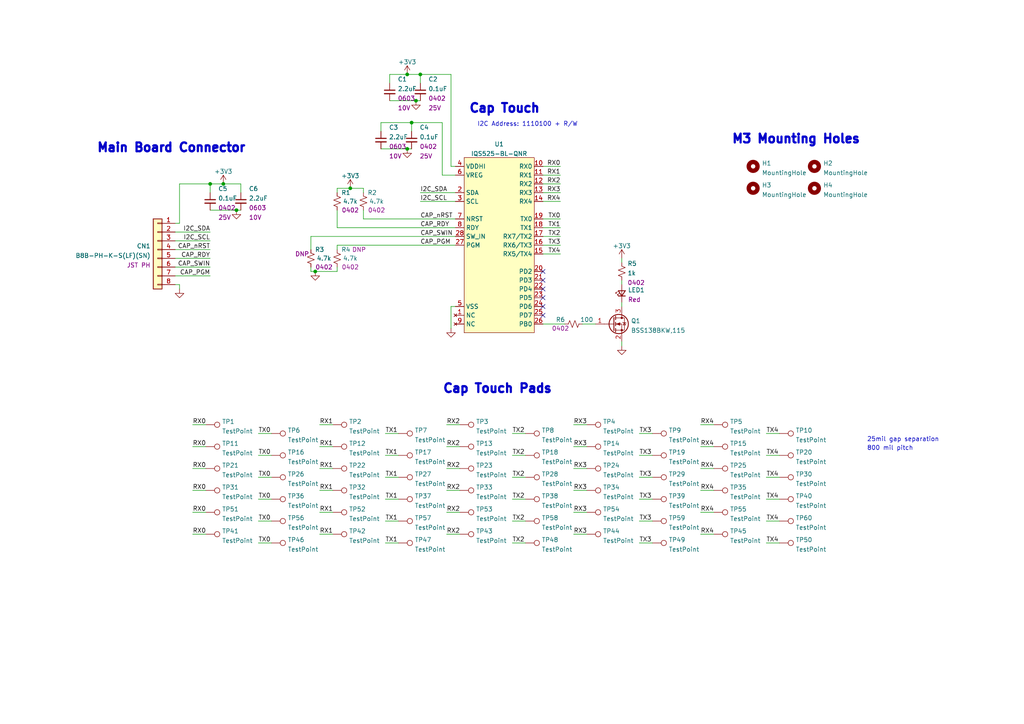
<source format=kicad_sch>
(kicad_sch (version 20211123) (generator eeschema)
  (paper "A4")
  (lib_symbols
    (symbol "Connector:TestPoint" (pin_numbers hide) (pin_names (offset 0.762) hide)
      (property "Reference" "TP" (at 0 6.858 0))
      (property "Value" "TestPoint" (at 0 5.08 0))
      (symbol "TestPoint_0_1"
        (circle (center 0 3.302) (radius 0.762))
      )
      (symbol "TestPoint_1_1"
        (pin passive line (at 0 0 90) (length 2.54) (name "1") (number "1"))
      )
    )
    (symbol "Mechanical:MountingHole" (pin_names (offset 1.016))
      (property "Reference" "H" (at 0 5.08 0))
      (property "Value" "MountingHole" (at 0 3.175 0))
      (symbol "MountingHole_0_1"
        (circle (center 0 0) (radius 1.27) (stroke (width 1.27)))
      )
    )
    (symbol "personal:GND" (power) (pin_names (offset 0))
      (symbol "GND_0_1"
        (polyline (pts (xy 0 0) (xy 0 -1.27) (xy 1.27 -1.27) (xy 0 -2.54) (xy -1.27 -1.27) (xy 0 -1.27)))
      )
      (symbol "GND_1_1"
        (pin power_in line (at 0 0 270) (length 0) hide (name "GND") (number "1"))
      )
    )
    (symbol "personal:IQS525-BL-QNR"
      (property "Reference" "U" (at -1.27 29.21 0))
      (property "Value" "IQS525-BL-QNR" (at -1.27 26.67 0))
      (symbol "IQS525-BL-QNR_0_0"
        (pin no_connect line (at -13.97 -20.32 0) (length 2.54) (name "NC") (number "1"))
        (pin unspecified line (at 11.43 22.86 180) (length 2.54) (name "RX0") (number "10"))
        (pin unspecified line (at 11.43 20.32 180) (length 2.54) (name "RX1") (number "11"))
        (pin unspecified line (at 11.43 17.78 180) (length 2.54) (name "RX2") (number "12"))
        (pin unspecified line (at 11.43 15.24 180) (length 2.54) (name "RX3") (number "13"))
        (pin unspecified line (at 11.43 12.7 180) (length 2.54) (name "RX4") (number "14"))
        (pin unspecified line (at 11.43 -2.54 180) (length 2.54) (name "RX5/TX4") (number "15"))
        (pin unspecified line (at 11.43 0 180) (length 2.54) (name "RX6/TX3") (number "16"))
        (pin unspecified line (at 11.43 2.54 180) (length 2.54) (name "RX7/TX2") (number "17"))
        (pin unspecified line (at 11.43 5.08 180) (length 2.54) (name "TX1") (number "18"))
        (pin unspecified line (at 11.43 7.62 180) (length 2.54) (name "TX0") (number "19"))
        (pin unspecified line (at -13.97 15.24 0) (length 2.54) (name "SDA") (number "2"))
        (pin unspecified line (at 11.43 -7.62 180) (length 2.54) (name "PD2") (number "20"))
        (pin unspecified line (at 11.43 -10.16 180) (length 2.54) (name "PD3") (number "21"))
        (pin unspecified line (at 11.43 -12.7 180) (length 2.54) (name "PD4") (number "22"))
        (pin unspecified line (at 11.43 -15.24 180) (length 2.54) (name "PD5") (number "23"))
        (pin unspecified line (at 11.43 -17.78 180) (length 2.54) (name "PD6") (number "24"))
        (pin unspecified line (at 11.43 -20.32 180) (length 2.54) (name "PD7") (number "25"))
        (pin unspecified line (at 11.43 -22.86 180) (length 2.54) (name "PB0") (number "26"))
        (pin unspecified line (at -13.97 0 0) (length 2.54) (name "PGM") (number "27"))
        (pin unspecified line (at -13.97 2.54 0) (length 2.54) (name "SW_IN") (number "28"))
        (pin unspecified line (at -13.97 12.7 0) (length 2.54) (name "SCL") (number "3"))
        (pin unspecified line (at -13.97 22.86 0) (length 2.54) (name "VDDHI") (number "4"))
        (pin unspecified line (at -13.97 -17.78 0) (length 2.54) (name "VSS") (number "5"))
        (pin unspecified line (at -13.97 20.32 0) (length 2.54) (name "VREG") (number "6"))
        (pin unspecified line (at -13.97 7.62 0) (length 2.54) (name "NRST") (number "7"))
        (pin unspecified line (at -13.97 5.08 0) (length 2.54) (name "RDY") (number "8"))
        (pin no_connect line (at -13.97 -22.86 0) (length 2.54) (name "NC") (number "9"))
      )
      (symbol "IQS525-BL-QNR_0_1"
        (rectangle (start -11.43 25.4) (end 8.89 -25.4) (stroke (width 0.1524)) (fill (type background)))
      )
    )
    (symbol "personal_capacitors:0.1uF" (pin_numbers hide) (pin_names (offset 0.254) hide)
      (property "Reference" "C" (at 1.27 2.54 0))
      (property "Value" "0.1uF" (at 2.54 0 0))
      (property "Size" "0402" (at 1.27 -2.54 0))
      (property "Voltage" "25V" (at 1.27 -5.08 0))
      (symbol "0.1uF_0_1"
        (polyline (pts (xy -1.524 -0.508) (xy 1.524 -0.508)) (stroke (width 0.3302)))
        (polyline (pts (xy -1.524 0.508) (xy 1.524 0.508)) (stroke (width 0.3048)))
      )
      (symbol "0.1uF_1_1"
        (pin passive line (at 0 2.54 270) (length 2.032) (name "~") (number "1"))
        (pin passive line (at 0 -2.54 90) (length 2.032) (name "~") (number "2"))
      )
    )
    (symbol "personal_capacitors:2.2uF" (pin_numbers hide) (pin_names (offset 0.254) hide)
      (property "Reference" "C" (at 1.27 2.54 0))
      (property "Value" "2.2uF" (at 2.54 0 0))
      (property "Size" "0603" (at 1.27 -2.54 0))
      (property "Voltage" "10V" (at 1.27 -5.08 0))
      (symbol "2.2uF_0_1"
        (polyline (pts (xy -1.524 -0.508) (xy 1.524 -0.508)) (stroke (width 0.3302)))
        (polyline (pts (xy -1.524 0.508) (xy 1.524 0.508)) (stroke (width 0.3048)))
      )
      (symbol "2.2uF_1_1"
        (pin passive line (at 0 2.54 270) (length 2.032) (name "~") (number "1"))
        (pin passive line (at 0 -2.54 90) (length 2.032) (name "~") (number "2"))
      )
    )
    (symbol "personal_connectors:B8B-PH-K-S(LF)(SN)" (pin_names (offset 1.016) hide)
      (property "Reference" "CN" (at 0 10.16 0))
      (property "Value" "B8B-PH-K-S(LF)(SN)" (at 0 -12.7 0))
      (property "Type" "JST PH" (at 0 0 0))
      (symbol "B8B-PH-K-S(LF)(SN)_1_1"
        (rectangle (start -1.27 -10.033) (end 0 -10.287) (stroke (width 0.1524)))
        (rectangle (start -1.27 -7.493) (end 0 -7.747) (stroke (width 0.1524)))
        (rectangle (start -1.27 -4.953) (end 0 -5.207) (stroke (width 0.1524)))
        (rectangle (start -1.27 -2.413) (end 0 -2.667) (stroke (width 0.1524)))
        (rectangle (start -1.27 0.127) (end 0 -0.127) (stroke (width 0.1524)))
        (rectangle (start -1.27 2.667) (end 0 2.413) (stroke (width 0.1524)))
        (rectangle (start -1.27 5.207) (end 0 4.953) (stroke (width 0.1524)))
        (rectangle (start -1.27 7.747) (end 0 7.493) (stroke (width 0.1524)))
        (rectangle (start -1.27 8.89) (end 1.27 -11.43) (stroke (width 0.254)) (fill (type background)))
        (pin passive line (at -5.08 7.62 0) (length 3.81) (name "Pin_1") (number "1"))
        (pin passive line (at -5.08 5.08 0) (length 3.81) (name "Pin_2") (number "2"))
        (pin passive line (at -5.08 2.54 0) (length 3.81) (name "Pin_3") (number "3"))
        (pin passive line (at -5.08 0 0) (length 3.81) (name "Pin_4") (number "4"))
        (pin passive line (at -5.08 -2.54 0) (length 3.81) (name "Pin_5") (number "5"))
        (pin passive line (at -5.08 -5.08 0) (length 3.81) (name "Pin_6") (number "6"))
        (pin passive line (at -5.08 -7.62 0) (length 3.81) (name "Pin_7") (number "7"))
        (pin passive line (at -5.08 -10.16 0) (length 3.81) (name "Pin_8") (number "8"))
      )
    )
    (symbol "personal_fets:BSS138BKW,115" (pin_names hide)
      (property "Reference" "Q" (at 5.08 1.905 0))
      (property "Value" "BSS138BKW,115" (at 5.08 0 0))
      (symbol "BSS138BKW,115_0_1"
        (polyline (pts (xy 0.254 0) (xy -2.54 0)))
        (polyline (pts (xy 0.254 1.905) (xy 0.254 -1.905)) (stroke (width 0.254)))
        (polyline (pts (xy 0.762 -1.27) (xy 0.762 -2.286)) (stroke (width 0.254)))
        (polyline (pts (xy 0.762 0.508) (xy 0.762 -0.508)) (stroke (width 0.254)))
        (polyline (pts (xy 0.762 2.286) (xy 0.762 1.27)) (stroke (width 0.254)))
        (polyline (pts (xy 2.54 2.54) (xy 2.54 1.778)))
        (polyline (pts (xy 2.54 -2.54) (xy 2.54 0) (xy 0.762 0)))
        (polyline (pts (xy 0.762 -1.778) (xy 3.302 -1.778) (xy 3.302 1.778) (xy 0.762 1.778)))
        (polyline (pts (xy 1.016 0) (xy 2.032 0.381) (xy 2.032 -0.381) (xy 1.016 0)) (fill (type outline)))
        (polyline (pts (xy 2.794 0.508) (xy 2.921 0.381) (xy 3.683 0.381) (xy 3.81 0.254)))
        (polyline (pts (xy 3.302 0.381) (xy 2.921 -0.254) (xy 3.683 -0.254) (xy 3.302 0.381)))
        (circle (center 1.651 0) (radius 2.794) (stroke (width 0.254)))
        (circle (center 2.54 -1.778) (radius 0.254) (fill (type outline)))
        (circle (center 2.54 1.778) (radius 0.254) (fill (type outline)))
      )
      (symbol "BSS138BKW,115_1_1"
        (pin input line (at -5.08 0 0) (length 2.54) (name "G") (number "1"))
        (pin passive line (at 2.54 -5.08 90) (length 2.54) (name "S") (number "2"))
        (pin passive line (at 2.54 5.08 270) (length 2.54) (name "D") (number "3"))
      )
    )
    (symbol "personal_leds:NCD0805R1" (pin_numbers hide) (pin_names (offset 0.254) hide)
      (property "Reference" "LED" (at -5.08 1.27 0))
      (property "Color" "Red" (at 3.81 1.27 0))
      (symbol "NCD0805R1_0_1"
        (polyline (pts (xy -0.762 -1.016) (xy -0.762 1.016)) (stroke (width 0.254)))
        (polyline (pts (xy 1.016 0) (xy -0.762 0)))
        (polyline (pts (xy 0.762 -1.016) (xy -0.762 0) (xy 0.762 1.016) (xy 0.762 -1.016)) (stroke (width 0.254)))
        (polyline (pts (xy 0 0.762) (xy -0.508 1.27) (xy -0.254 1.27) (xy -0.508 1.27) (xy -0.508 1.016)))
        (polyline (pts (xy 0.508 1.27) (xy 0 1.778) (xy 0.254 1.778) (xy 0 1.778) (xy 0 1.524)))
      )
      (symbol "NCD0805R1_1_1"
        (pin passive line (at -2.54 0 0) (length 1.778) (name "K") (number "1"))
        (pin passive line (at 2.54 0 180) (length 1.778) (name "A") (number "2"))
      )
    )
    (symbol "personal_resistors:100" (pin_numbers hide) (pin_names (offset 0.254) hide)
      (property "Reference" "R" (at 1.27 2.54 0))
      (property "Value" "100" (at 1.27 0 0))
      (property "Size" "0402" (at 1.27 -2.54 0))
      (symbol "100_1_1"
        (polyline (pts (xy 0 0) (xy 1.016 -0.381) (xy 0 -0.762) (xy -1.016 -1.143) (xy 0 -1.524)))
        (polyline (pts (xy 0 1.524) (xy 1.016 1.143) (xy 0 0.762) (xy -1.016 0.381) (xy 0 0)))
        (pin passive line (at 0 2.54 270) (length 1.016) (name "~") (number "1"))
        (pin passive line (at 0 -2.54 90) (length 1.016) (name "~") (number "2"))
      )
    )
    (symbol "personal_resistors:1k" (pin_numbers hide) (pin_names (offset 0.254) hide)
      (property "Reference" "R" (at 1.27 2.54 0))
      (property "Value" "1k" (at 1.27 0 0))
      (property "Size" "0402" (at 1.27 -2.54 0))
      (symbol "1k_1_1"
        (polyline (pts (xy 0 0) (xy 1.016 -0.381) (xy 0 -0.762) (xy -1.016 -1.143) (xy 0 -1.524)))
        (polyline (pts (xy 0 1.524) (xy 1.016 1.143) (xy 0 0.762) (xy -1.016 0.381) (xy 0 0)))
        (pin passive line (at 0 2.54 270) (length 1.016) (name "~") (number "1"))
        (pin passive line (at 0 -2.54 90) (length 1.016) (name "~") (number "2"))
      )
    )
    (symbol "personal_resistors:4.7k" (pin_numbers hide) (pin_names (offset 0.254) hide)
      (property "Reference" "R" (at 1.27 2.54 0))
      (property "Value" "4.7k" (at 1.27 0 0))
      (property "Size" "0402" (at 1.27 -2.54 0))
      (symbol "4.7k_1_1"
        (polyline (pts (xy 0 0) (xy 1.016 -0.381) (xy 0 -0.762) (xy -1.016 -1.143) (xy 0 -1.524)))
        (polyline (pts (xy 0 1.524) (xy 1.016 1.143) (xy 0 0.762) (xy -1.016 0.381) (xy 0 0)))
        (pin passive line (at 0 2.54 270) (length 1.016) (name "~") (number "1"))
        (pin passive line (at 0 -2.54 90) (length 1.016) (name "~") (number "2"))
      )
    )
    (symbol "power:+3V3" (power) (pin_names (offset 0))
      (property "Value" "+3V3" (at 0 3.556 0))
      (symbol "+3V3_0_1"
        (polyline (pts (xy -0.762 1.27) (xy 0 2.54)))
        (polyline (pts (xy 0 0) (xy 0 2.54)))
        (polyline (pts (xy 0 2.54) (xy 0.762 1.27)))
      )
      (symbol "+3V3_1_1"
        (pin power_in line (at 0 0 90) (length 0) hide (name "+3V3") (number "1"))
      )
    )
  )
  (junction (at 64.77 53.34))
  (junction (at 68.58 60.96))
  (junction (at 121.92 21.59))
  (junction (at 60.96 53.34))
  (junction (at 101.6 54.61))
  (junction (at 91.44 78.74))
  (junction (at 119.38 35.56))
  (junction (at 118.11 21.59))
  (junction (at 118.11 43.18))
  (junction (at 120.65 29.21))
  (no_connect (at 157.48 83.82))
  (no_connect (at 157.48 91.44))
  (no_connect (at 157.48 81.28))
  (no_connect (at 157.48 78.74))
  (no_connect (at 157.48 88.9))
  (no_connect (at 157.48 86.36))
  (wire (pts (xy 92.71 129.54) (xy 96.52 129.54)))
  (wire (pts (xy 157.48 71.12) (xy 162.56 71.12)))
  (wire (pts (xy 60.96 74.93) (xy 50.8 74.93)))
  (wire (pts (xy 60.96 53.34) (xy 60.96 55.88)))
  (wire (pts (xy 129.54 123.19) (xy 133.35 123.19)))
  (wire (pts (xy 111.76 138.43) (xy 115.57 138.43)))
  (wire (pts (xy 74.93 144.78) (xy 78.74 144.78)))
  (wire (pts (xy 60.96 72.39) (xy 50.8 72.39)))
  (wire (pts (xy 74.93 132.08) (xy 78.74 132.08)))
  (wire (pts (xy 92.71 123.19) (xy 96.52 123.19)))
  (wire (pts (xy 52.07 64.77) (xy 50.8 64.77)))
  (wire (pts (xy 91.44 78.74) (xy 97.79 78.74)))
  (wire (pts (xy 55.88 142.24) (xy 59.69 142.24)))
  (wire (pts (xy 60.96 53.34) (xy 52.07 53.34)))
  (wire (pts (xy 119.38 35.56) (xy 119.38 38.1)))
  (wire (pts (xy 97.79 72.39) (xy 97.79 71.12)))
  (wire (pts (xy 101.6 54.61) (xy 105.41 54.61)))
  (wire (pts (xy 166.37 148.59) (xy 170.18 148.59)))
  (wire (pts (xy 55.88 135.89) (xy 59.69 135.89)))
  (wire (pts (xy 166.37 123.19) (xy 170.18 123.19)))
  (wire (pts (xy 148.59 151.13) (xy 152.4 151.13)))
  (wire (pts (xy 110.49 38.1) (xy 110.49 35.56)))
  (wire (pts (xy 185.42 144.78) (xy 189.23 144.78)))
  (wire (pts (xy 60.96 69.85) (xy 50.8 69.85)))
  (wire (pts (xy 121.92 58.42) (xy 132.08 58.42)))
  (wire (pts (xy 148.59 144.78) (xy 152.4 144.78)))
  (wire (pts (xy 157.48 63.5) (xy 162.56 63.5)))
  (wire (pts (xy 118.11 43.18) (xy 119.38 43.18)))
  (wire (pts (xy 97.79 55.88) (xy 97.79 54.61)))
  (wire (pts (xy 60.96 77.47) (xy 50.8 77.47)))
  (wire (pts (xy 113.03 24.13) (xy 113.03 21.59)))
  (wire (pts (xy 52.07 83.82) (xy 52.07 82.55)))
  (wire (pts (xy 166.37 154.94) (xy 170.18 154.94)))
  (wire (pts (xy 60.96 67.31) (xy 50.8 67.31)))
  (wire (pts (xy 90.17 68.58) (xy 90.17 72.39)))
  (wire (pts (xy 222.25 138.43) (xy 226.06 138.43)))
  (wire (pts (xy 55.88 129.54) (xy 59.69 129.54)))
  (wire (pts (xy 203.2 135.89) (xy 207.01 135.89)))
  (wire (pts (xy 180.34 99.06) (xy 180.34 100.33)))
  (wire (pts (xy 203.2 154.94) (xy 207.01 154.94)))
  (wire (pts (xy 168.91 93.98) (xy 172.72 93.98)))
  (wire (pts (xy 157.48 53.34) (xy 162.56 53.34)))
  (wire (pts (xy 90.17 68.58) (xy 132.08 68.58)))
  (wire (pts (xy 222.25 132.08) (xy 226.06 132.08)))
  (wire (pts (xy 119.38 35.56) (xy 128.27 35.56)))
  (wire (pts (xy 128.27 50.8) (xy 132.08 50.8)))
  (wire (pts (xy 157.48 50.8) (xy 162.56 50.8)))
  (wire (pts (xy 110.49 35.56) (xy 119.38 35.56)))
  (wire (pts (xy 157.48 58.42) (xy 162.56 58.42)))
  (wire (pts (xy 185.42 138.43) (xy 189.23 138.43)))
  (wire (pts (xy 121.92 21.59) (xy 130.81 21.59)))
  (wire (pts (xy 97.79 66.04) (xy 132.08 66.04)))
  (wire (pts (xy 148.59 132.08) (xy 152.4 132.08)))
  (wire (pts (xy 111.76 132.08) (xy 115.57 132.08)))
  (wire (pts (xy 157.48 68.58) (xy 162.56 68.58)))
  (wire (pts (xy 166.37 142.24) (xy 170.18 142.24)))
  (wire (pts (xy 222.25 151.13) (xy 226.06 151.13)))
  (wire (pts (xy 203.2 148.59) (xy 207.01 148.59)))
  (wire (pts (xy 69.85 60.96) (xy 68.58 60.96)))
  (wire (pts (xy 52.07 53.34) (xy 52.07 64.77)))
  (wire (pts (xy 130.81 48.26) (xy 132.08 48.26)))
  (wire (pts (xy 157.48 93.98) (xy 163.83 93.98)))
  (wire (pts (xy 185.42 157.48) (xy 189.23 157.48)))
  (wire (pts (xy 55.88 148.59) (xy 59.69 148.59)))
  (wire (pts (xy 97.79 71.12) (xy 132.08 71.12)))
  (wire (pts (xy 110.49 43.18) (xy 118.11 43.18)))
  (wire (pts (xy 111.76 125.73) (xy 115.57 125.73)))
  (wire (pts (xy 180.34 74.93) (xy 180.34 76.2)))
  (wire (pts (xy 129.54 129.54) (xy 133.35 129.54)))
  (wire (pts (xy 111.76 144.78) (xy 115.57 144.78)))
  (wire (pts (xy 129.54 154.94) (xy 133.35 154.94)))
  (wire (pts (xy 118.11 21.59) (xy 121.92 21.59)))
  (wire (pts (xy 129.54 148.59) (xy 133.35 148.59)))
  (wire (pts (xy 157.48 48.26) (xy 162.56 48.26)))
  (wire (pts (xy 166.37 129.54) (xy 170.18 129.54)))
  (wire (pts (xy 74.93 157.48) (xy 78.74 157.48)))
  (wire (pts (xy 113.03 21.59) (xy 118.11 21.59)))
  (wire (pts (xy 68.58 60.96) (xy 60.96 60.96)))
  (wire (pts (xy 185.42 125.73) (xy 189.23 125.73)))
  (wire (pts (xy 157.48 66.04) (xy 162.56 66.04)))
  (wire (pts (xy 180.34 87.63) (xy 180.34 88.9)))
  (wire (pts (xy 111.76 151.13) (xy 115.57 151.13)))
  (wire (pts (xy 157.48 55.88) (xy 162.56 55.88)))
  (wire (pts (xy 203.2 142.24) (xy 207.01 142.24)))
  (wire (pts (xy 222.25 157.48) (xy 226.06 157.48)))
  (wire (pts (xy 74.93 151.13) (xy 78.74 151.13)))
  (wire (pts (xy 105.41 63.5) (xy 132.08 63.5)))
  (wire (pts (xy 55.88 154.94) (xy 59.69 154.94)))
  (wire (pts (xy 97.79 60.96) (xy 97.79 66.04)))
  (wire (pts (xy 132.08 88.9) (xy 130.81 88.9)))
  (wire (pts (xy 97.79 78.74) (xy 97.79 77.47)))
  (wire (pts (xy 92.71 142.24) (xy 96.52 142.24)))
  (wire (pts (xy 157.48 73.66) (xy 162.56 73.66)))
  (wire (pts (xy 203.2 123.19) (xy 207.01 123.19)))
  (wire (pts (xy 148.59 157.48) (xy 152.4 157.48)))
  (wire (pts (xy 185.42 132.08) (xy 189.23 132.08)))
  (wire (pts (xy 92.71 154.94) (xy 96.52 154.94)))
  (wire (pts (xy 111.76 157.48) (xy 115.57 157.48)))
  (wire (pts (xy 69.85 53.34) (xy 64.77 53.34)))
  (wire (pts (xy 120.65 29.21) (xy 121.92 29.21)))
  (wire (pts (xy 222.25 125.73) (xy 226.06 125.73)))
  (wire (pts (xy 148.59 125.73) (xy 152.4 125.73)))
  (wire (pts (xy 92.71 135.89) (xy 96.52 135.89)))
  (wire (pts (xy 148.59 138.43) (xy 152.4 138.43)))
  (wire (pts (xy 90.17 78.74) (xy 91.44 78.74)))
  (wire (pts (xy 185.42 151.13) (xy 189.23 151.13)))
  (wire (pts (xy 203.2 129.54) (xy 207.01 129.54)))
  (wire (pts (xy 105.41 60.96) (xy 105.41 63.5)))
  (wire (pts (xy 180.34 81.28) (xy 180.34 82.55)))
  (wire (pts (xy 64.77 53.34) (xy 60.96 53.34)))
  (wire (pts (xy 90.17 77.47) (xy 90.17 78.74)))
  (wire (pts (xy 166.37 135.89) (xy 170.18 135.89)))
  (wire (pts (xy 130.81 21.59) (xy 130.81 48.26)))
  (wire (pts (xy 128.27 35.56) (xy 128.27 50.8)))
  (wire (pts (xy 129.54 135.89) (xy 133.35 135.89)))
  (wire (pts (xy 52.07 82.55) (xy 50.8 82.55)))
  (wire (pts (xy 113.03 29.21) (xy 120.65 29.21)))
  (wire (pts (xy 121.92 21.59) (xy 121.92 24.13)))
  (wire (pts (xy 97.79 54.61) (xy 101.6 54.61)))
  (wire (pts (xy 130.81 88.9) (xy 130.81 95.25)))
  (wire (pts (xy 92.71 148.59) (xy 96.52 148.59)))
  (wire (pts (xy 74.93 125.73) (xy 78.74 125.73)))
  (wire (pts (xy 74.93 138.43) (xy 78.74 138.43)))
  (wire (pts (xy 55.88 123.19) (xy 59.69 123.19)))
  (wire (pts (xy 60.96 80.01) (xy 50.8 80.01)))
  (wire (pts (xy 105.41 54.61) (xy 105.41 55.88)))
  (wire (pts (xy 121.92 55.88) (xy 132.08 55.88)))
  (wire (pts (xy 222.25 144.78) (xy 226.06 144.78)))
  (wire (pts (xy 129.54 142.24) (xy 133.35 142.24)))
  (wire (pts (xy 69.85 55.88) (xy 69.85 53.34)))
  (text "Main Board Connector" (at 27.94 44.45 0) (effects (font (size 2.54 2.54) (thickness 1.016) bold) (justify left bottom)))
  (text "25mil gap separation" (at 251.46 128.27 0) (effects (font (size 1.27 1.27)) (justify left bottom)))
  (text "Cap Touch Pads" (at 128.27 114.3 0) (effects (font (size 2.54 2.54) (thickness 1.016) bold) (justify left bottom)))
  (text "Cap Touch" (at 135.89 33.02 0) (effects (font (size 2.54 2.54) (thickness 1.016) bold) (justify left bottom)))
  (text "800 mil pitch" (at 251.46 130.81 0) (effects (font (size 1.27 1.27)) (justify left bottom)))
  (text "I2C Address: 1110100 + R/W" (at 138.43 36.83 0) (effects (font (size 1.27 1.27)) (justify left bottom)))
  (text "M3 Mounting Holes" (at 212.09 41.91 0) (effects (font (size 2.54 2.54) (thickness 1.016) bold) (justify left bottom)))
  (label "TX0" (at 162.56 63.5 180))
  (label "RX3" (at 166.37 154.94 0))
  (label "I2C_SDA" (at 60.96 67.31 180))
  (label "CAP_nRST" (at 60.96 72.39 180))
  (label "RX2" (at 129.54 123.19 0))
  (label "CAP_RDY" (at 121.92 66.04 0))
  (label "TX0" (at 74.93 144.78 0))
  (label "RX0" (at 55.88 148.59 0))
  (label "TX1" (at 111.76 125.73 0))
  (label "TX3" (at 185.42 125.73 0))
  (label "TX2" (at 148.59 151.13 0))
  (label "TX1" (at 111.76 132.08 0))
  (label "TX1" (at 111.76 144.78 0))
  (label "TX3" (at 185.42 144.78 0))
  (label "TX3" (at 185.42 157.48 0))
  (label "TX3" (at 185.42 132.08 0))
  (label "RX1" (at 92.71 142.24 0))
  (label "TX1" (at 111.76 138.43 0))
  (label "TX4" (at 222.25 125.73 0))
  (label "TX2" (at 148.59 132.08 0))
  (label "TX1" (at 111.76 157.48 0))
  (label "RX0" (at 55.88 135.89 0))
  (label "TX4" (at 222.25 138.43 0))
  (label "RX4" (at 162.56 58.42 180))
  (label "I2C_SCL" (at 60.96 69.85 180))
  (label "TX0" (at 74.93 151.13 0))
  (label "I2C_SDA" (at 121.92 55.88 0))
  (label "CAP_PGM" (at 60.96 80.01 180))
  (label "RX2" (at 129.54 135.89 0))
  (label "TX1" (at 111.76 151.13 0))
  (label "RX1" (at 92.71 129.54 0))
  (label "RX1" (at 92.71 154.94 0))
  (label "RX0" (at 55.88 123.19 0))
  (label "TX4" (at 222.25 151.13 0))
  (label "RX2" (at 129.54 142.24 0))
  (label "RX4" (at 203.2 154.94 0))
  (label "I2C_SCL" (at 121.92 58.42 0))
  (label "CAP_RDY" (at 60.96 74.93 180))
  (label "RX0" (at 55.88 129.54 0))
  (label "TX2" (at 148.59 125.73 0))
  (label "RX0" (at 55.88 142.24 0))
  (label "RX1" (at 92.71 123.19 0))
  (label "RX4" (at 203.2 129.54 0))
  (label "TX4" (at 222.25 144.78 0))
  (label "TX2" (at 148.59 157.48 0))
  (label "TX3" (at 162.56 71.12 180))
  (label "RX4" (at 203.2 142.24 0))
  (label "RX2" (at 162.56 53.34 180))
  (label "RX4" (at 203.2 148.59 0))
  (label "TX1" (at 162.56 66.04 180))
  (label "RX3" (at 162.56 55.88 180))
  (label "RX2" (at 129.54 148.59 0))
  (label "RX3" (at 166.37 129.54 0))
  (label "RX2" (at 129.54 129.54 0))
  (label "RX1" (at 92.71 135.89 0))
  (label "RX3" (at 166.37 135.89 0))
  (label "RX4" (at 203.2 135.89 0))
  (label "CAP_PGM" (at 121.92 71.12 0))
  (label "TX4" (at 222.25 157.48 0))
  (label "TX2" (at 148.59 138.43 0))
  (label "RX1" (at 162.56 50.8 180))
  (label "RX3" (at 166.37 142.24 0))
  (label "TX0" (at 74.93 157.48 0))
  (label "TX3" (at 185.42 151.13 0))
  (label "RX3" (at 166.37 148.59 0))
  (label "CAP_SWIN" (at 60.96 77.47 180))
  (label "TX0" (at 74.93 138.43 0))
  (label "RX0" (at 162.56 48.26 180))
  (label "RX2" (at 129.54 154.94 0))
  (label "RX0" (at 55.88 154.94 0))
  (label "TX4" (at 162.56 73.66 180))
  (label "TX2" (at 162.56 68.58 180))
  (label "RX1" (at 92.71 148.59 0))
  (label "RX4" (at 203.2 123.19 0))
  (label "TX0" (at 74.93 132.08 0))
  (label "TX3" (at 185.42 138.43 0))
  (label "TX0" (at 74.93 125.73 0))
  (label "TX4" (at 222.25 132.08 0))
  (label "TX2" (at 148.59 144.78 0))
  (label "CAP_SWIN" (at 121.92 68.58 0))
  (label "CAP_nRST" (at 121.92 63.5 0))
  (label "RX3" (at 166.37 123.19 0))
  (symbol (lib_id "Connector:TestPoint") (at 207.01 148.59 270) (unit 1)
    (property "Reference" "TP55" (at 211.709 147.6815 90) (effects (justify left)))
    (property "Value" "TestPoint" (at 211.709 150.4566 90) (effects (justify left)))
    (property "Footprint" "personal:IQS525-BL-QNR_Diamond" (effects hide))
  )
  (symbol (lib_id "Connector:TestPoint") (at 170.18 154.94 270) (unit 1)
    (property "Reference" "TP44" (at 174.879 154.0315 90) (effects (justify left)))
    (property "Value" "TestPoint" (at 174.879 156.8066 90) (effects (justify left)))
    (property "Footprint" "personal:IQS525-BL-QNR_Side" (effects hide))
  )
  (symbol (lib_id "personal:GND") (at 52.07 83.82 0) (mirror y) (unit 1)
    (property "Reference" "#PWR09" (effects hide))
    (property "Value" "GND" (effects hide))
  )
  (symbol (lib_id "Connector:TestPoint") (at 170.18 148.59 270) (unit 1)
    (property "Reference" "TP54" (at 174.879 147.6815 90) (effects (justify left)))
    (property "Value" "TestPoint" (at 174.879 150.4566 90) (effects (justify left)))
    (property "Footprint" "personal:IQS525-BL-QNR_Diamond" (effects hide))
  )
  (symbol (lib_id "Connector:TestPoint") (at 170.18 123.19 270) (unit 1)
    (property "Reference" "TP4" (at 174.879 122.2815 90) (effects (justify left)))
    (property "Value" "TestPoint" (at 174.879 125.0566 90) (effects (justify left)))
    (property "Footprint" "personal:IQS525-BL-QNR_Side" (effects hide))
  )
  (symbol (lib_id "Connector:TestPoint") (at 78.74 125.73 270) (unit 1)
    (property "Reference" "TP6" (at 83.439 124.8215 90) (effects (justify left)))
    (property "Value" "TestPoint" (at 83.439 127.5966 90) (effects (justify left)))
    (property "Footprint" "personal:IQS525-BL-QNR_Side" (effects hide))
  )
  (symbol (lib_id "Connector:TestPoint") (at 152.4 157.48 270) (unit 1)
    (property "Reference" "TP48" (at 157.099 156.5715 90) (effects (justify left)))
    (property "Value" "TestPoint" (at 157.099 159.3466 90) (effects (justify left)))
    (property "Footprint" "personal:IQS525-BL-QNR_Side" (effects hide))
  )
  (symbol (lib_id "personal_resistors:4.7k") (at 90.17 74.93 180) (unit 1) (in_bom no)
    (property "Reference" "R3" (at 92.71 72.39 0))
    (property "Value" "4.7k" (at 93.98 74.93 0))
    (property "Footprint" "Resistor_SMD:R_0402_1005Metric" (effects hide))
    (property "Manufacturer" "Stackpole Electronics Inc" (effects hide))
    (property "Part Number" "RMCF0402FT4K70CT-ND" (effects hide))
    (property "Size" "0402" (at 93.98 77.47 0))
    (property "JLCPCB" "Yes" (effects hide))
    (property "JLC Number" "C25900" (effects hide))
    (property "DNP" "DNP" (at 87.63 73.66 0))
  )
  (symbol (lib_id "Connector:TestPoint") (at 226.06 138.43 270) (unit 1)
    (property "Reference" "TP30" (at 230.759 137.5215 90) (effects (justify left)))
    (property "Value" "TestPoint" (at 230.759 140.2966 90) (effects (justify left)))
    (property "Footprint" "personal:IQS525-BL-QNR_Diamond" (effects hide))
  )
  (symbol (lib_id "Connector:TestPoint") (at 96.52 148.59 270) (unit 1)
    (property "Reference" "TP52" (at 101.219 147.6815 90) (effects (justify left)))
    (property "Value" "TestPoint" (at 101.219 150.4566 90) (effects (justify left)))
    (property "Footprint" "personal:IQS525-BL-QNR_Diamond" (effects hide))
  )
  (symbol (lib_id "power:+3V3") (at 101.6 54.61 0) (unit 1)
    (property "Reference" "#PWR05" (effects hide))
    (property "Value" "+3V3" (at 101.6 51.0055 0))
  )
  (symbol (lib_id "personal_resistors:100") (at 166.37 93.98 90) (unit 1)
    (property "Reference" "R6" (at 162.56 92.71 90))
    (property "Value" "100" (at 170.18 92.71 90))
    (property "Footprint" "Resistor_SMD:R_0402_1005Metric" (effects hide))
    (property "Manufacturer" "Stackpole Electronics Inc" (effects hide))
    (property "Part Number" "RMCF0402FT100RCT-ND" (effects hide))
    (property "Size" "0402" (at 162.56 95.25 90))
    (property "JLCPCB" "Yes" (effects hide))
    (property "JLC Number" "C25076" (effects hide))
  )
  (symbol (lib_id "Connector:TestPoint") (at 133.35 148.59 270) (unit 1)
    (property "Reference" "TP53" (at 138.049 147.6815 90) (effects (justify left)))
    (property "Value" "TestPoint" (at 138.049 150.4566 90) (effects (justify left)))
    (property "Footprint" "personal:IQS525-BL-QNR_Diamond" (effects hide))
  )
  (symbol (lib_id "Connector:TestPoint") (at 207.01 129.54 270) (unit 1)
    (property "Reference" "TP15" (at 211.709 128.6315 90) (effects (justify left)))
    (property "Value" "TestPoint" (at 211.709 131.4066 90) (effects (justify left)))
    (property "Footprint" "personal:IQS525-BL-QNR_Diamond" (effects hide))
  )
  (symbol (lib_id "Connector:TestPoint") (at 207.01 142.24 270) (unit 1)
    (property "Reference" "TP35" (at 211.709 141.3315 90) (effects (justify left)))
    (property "Value" "TestPoint" (at 211.709 144.1066 90) (effects (justify left)))
    (property "Footprint" "personal:IQS525-BL-QNR_Diamond" (effects hide))
  )
  (symbol (lib_id "Connector:TestPoint") (at 115.57 144.78 270) (unit 1)
    (property "Reference" "TP37" (at 120.269 143.8715 90) (effects (justify left)))
    (property "Value" "TestPoint" (at 120.269 146.6466 90) (effects (justify left)))
    (property "Footprint" "personal:IQS525-BL-QNR_Diamond" (effects hide))
  )
  (symbol (lib_id "Connector:TestPoint") (at 78.74 132.08 270) (unit 1)
    (property "Reference" "TP16" (at 83.439 131.1715 90) (effects (justify left)))
    (property "Value" "TestPoint" (at 83.439 133.9466 90) (effects (justify left)))
    (property "Footprint" "personal:IQS525-BL-QNR_Diamond" (effects hide))
  )
  (symbol (lib_id "personal_capacitors:2.2uF") (at 113.03 26.67 0) (unit 1)
    (property "Reference" "C1" (at 115.3541 22.9927 0) (effects (justify left)))
    (property "Value" "2.2uF" (at 115.3541 25.7678 0) (effects (justify left)))
    (property "Footprint" "Capacitor_SMD:C_0603_1608Metric" (effects hide))
    (property "Manufacturer" "Samsung Electro-Mechanics" (effects hide))
    (property "Part Number" "1276-1085-1-ND" (effects hide))
    (property "Size" "0603" (at 115.3541 28.5429 0) (effects (justify left)))
    (property "Voltage" "10V" (at 115.3541 31.318 0) (effects (justify left)))
    (property "JLCPCB" "Yes" (effects hide))
    (property "JLC Number" "C23630" (effects hide))
  )
  (symbol (lib_id "Connector:TestPoint") (at 133.35 123.19 270) (unit 1)
    (property "Reference" "TP3" (at 138.049 122.2815 90) (effects (justify left)))
    (property "Value" "TestPoint" (at 138.049 125.0566 90) (effects (justify left)))
    (property "Footprint" "personal:IQS525-BL-QNR_Side" (effects hide))
  )
  (symbol (lib_id "Connector:TestPoint") (at 115.57 132.08 270) (unit 1)
    (property "Reference" "TP17" (at 120.269 131.1715 90) (effects (justify left)))
    (property "Value" "TestPoint" (at 120.269 133.9466 90) (effects (justify left)))
    (property "Footprint" "personal:IQS525-BL-QNR_Diamond" (effects hide))
  )
  (symbol (lib_id "Connector:TestPoint") (at 96.52 123.19 270) (unit 1)
    (property "Reference" "TP2" (at 101.219 122.2815 90) (effects (justify left)))
    (property "Value" "TestPoint" (at 101.219 125.0566 90) (effects (justify left)))
    (property "Footprint" "personal:IQS525-BL-QNR_Side" (effects hide))
  )
  (symbol (lib_id "personal:GND") (at 120.65 29.21 0) (unit 1)
    (property "Reference" "#PWR02" (effects hide))
    (property "Value" "GND" (effects hide))
  )
  (symbol (lib_id "Mechanical:MountingHole") (at 218.44 54.61 0) (unit 1)
    (property "Reference" "H3" (at 220.98 53.7015 0) (effects (justify left)))
    (property "Value" "MountingHole" (at 220.98 56.4766 0) (effects (justify left)))
    (property "Footprint" "MountingHole:MountingHole_3.2mm_M3_ISO7380" (effects hide))
  )
  (symbol (lib_id "Mechanical:MountingHole") (at 218.44 48.26 0) (unit 1)
    (property "Reference" "H1" (at 220.98 47.3515 0) (effects (justify left)))
    (property "Value" "MountingHole" (at 220.98 50.1266 0) (effects (justify left)))
    (property "Footprint" "MountingHole:MountingHole_3.2mm_M3_ISO7380" (effects hide))
  )
  (symbol (lib_id "Connector:TestPoint") (at 189.23 132.08 270) (unit 1)
    (property "Reference" "TP19" (at 193.929 131.1715 90) (effects (justify left)))
    (property "Value" "TestPoint" (at 193.929 133.9466 90) (effects (justify left)))
    (property "Footprint" "personal:IQS525-BL-QNR_Diamond" (effects hide))
  )
  (symbol (lib_id "Connector:TestPoint") (at 152.4 138.43 270) (unit 1)
    (property "Reference" "TP28" (at 157.099 137.5215 90) (effects (justify left)))
    (property "Value" "TestPoint" (at 157.099 140.2966 90) (effects (justify left)))
    (property "Footprint" "personal:IQS525-BL-QNR_Diamond" (effects hide))
  )
  (symbol (lib_id "Connector:TestPoint") (at 152.4 132.08 270) (unit 1)
    (property "Reference" "TP18" (at 157.099 131.1715 90) (effects (justify left)))
    (property "Value" "TestPoint" (at 157.099 133.9466 90) (effects (justify left)))
    (property "Footprint" "personal:IQS525-BL-QNR_Diamond" (effects hide))
  )
  (symbol (lib_id "personal:IQS525-BL-QNR") (at 146.05 71.12 0) (unit 1)
    (property "Reference" "U1" (at 144.78 41.8043 0))
    (property "Value" "IQS525-BL-QNR" (at 144.78 44.5794 0))
    (property "Footprint" "Package_DFN_QFN:QFN-28_4x4mm_P0.5mm" (effects hide))
    (property "Datasheet" "https://www.azoteq.com/images/stories/pdf/iqs5xx-b000_trackpad_datasheet.pdf" (effects hide))
    (property "Manufacturer" "Azoteq (Pty) Ltd" (effects hide))
    (property "Part Number" "1790-1045-1-ND" (effects hide))
  )
  (symbol (lib_id "personal_capacitors:0.1uF") (at 121.92 26.67 0) (unit 1)
    (property "Reference" "C2" (at 124.2441 22.9927 0) (effects (justify left)))
    (property "Value" "0.1uF" (at 124.2441 25.7678 0) (effects (justify left)))
    (property "Footprint" "Capacitor_SMD:C_0402_1005Metric" (effects hide))
    (property "Manufacturer" "Samsung Electro-Mechanics" (effects hide))
    (property "Part Number" "1276-1043-1-ND" (effects hide))
    (property "Size" "0402" (at 124.2441 28.5429 0) (effects (justify left)))
    (property "Voltage" "25V" (at 124.2441 31.318 0) (effects (justify left)))
    (property "JLCPCB" "Yes" (effects hide))
    (property "JLC Number" "C307331" (effects hide))
  )
  (symbol (lib_id "Connector:TestPoint") (at 115.57 138.43 270) (unit 1)
    (property "Reference" "TP27" (at 120.269 137.5215 90) (effects (justify left)))
    (property "Value" "TestPoint" (at 120.269 140.2966 90) (effects (justify left)))
    (property "Footprint" "personal:IQS525-BL-QNR_Diamond" (effects hide))
  )
  (symbol (lib_id "Mechanical:MountingHole") (at 236.22 48.26 0) (unit 1)
    (property "Reference" "H2" (at 238.76 47.3515 0) (effects (justify left)))
    (property "Value" "MountingHole" (at 238.76 50.1266 0) (effects (justify left)))
    (property "Footprint" "MountingHole:MountingHole_3.2mm_M3_ISO7380" (effects hide))
  )
  (symbol (lib_id "Connector:TestPoint") (at 152.4 144.78 270) (unit 1)
    (property "Reference" "TP38" (at 157.099 143.8715 90) (effects (justify left)))
    (property "Value" "TestPoint" (at 157.099 146.6466 90) (effects (justify left)))
    (property "Footprint" "personal:IQS525-BL-QNR_Diamond" (effects hide))
  )
  (symbol (lib_id "power:+3V3") (at 118.11 21.59 0) (unit 1)
    (property "Reference" "#PWR01" (effects hide))
    (property "Value" "+3V3" (at 118.11 17.9855 0))
  )
  (symbol (lib_id "Connector:TestPoint") (at 170.18 142.24 270) (unit 1)
    (property "Reference" "TP34" (at 174.879 141.3315 90) (effects (justify left)))
    (property "Value" "TestPoint" (at 174.879 144.1066 90) (effects (justify left)))
    (property "Footprint" "personal:IQS525-BL-QNR_Diamond" (effects hide))
  )
  (symbol (lib_id "personal:GND") (at 130.81 95.25 0) (unit 1)
    (property "Reference" "#PWR010" (effects hide))
    (property "Value" "GND" (effects hide))
  )
  (symbol (lib_id "Connector:TestPoint") (at 170.18 135.89 270) (unit 1)
    (property "Reference" "TP24" (at 174.879 134.9815 90) (effects (justify left)))
    (property "Value" "TestPoint" (at 174.879 137.7566 90) (effects (justify left)))
    (property "Footprint" "personal:IQS525-BL-QNR_Diamond" (effects hide))
  )
  (symbol (lib_id "Connector:TestPoint") (at 226.06 144.78 270) (unit 1)
    (property "Reference" "TP40" (at 230.759 143.8715 90) (effects (justify left)))
    (property "Value" "TestPoint" (at 230.759 146.6466 90) (effects (justify left)))
    (property "Footprint" "personal:IQS525-BL-QNR_Diamond" (effects hide))
  )
  (symbol (lib_id "Connector:TestPoint") (at 96.52 154.94 270) (unit 1)
    (property "Reference" "TP42" (at 101.219 154.0315 90) (effects (justify left)))
    (property "Value" "TestPoint" (at 101.219 156.8066 90) (effects (justify left)))
    (property "Footprint" "personal:IQS525-BL-QNR_Side" (effects hide))
  )
  (symbol (lib_id "Connector:TestPoint") (at 226.06 125.73 270) (unit 1)
    (property "Reference" "TP10" (at 230.759 124.8215 90) (effects (justify left)))
    (property "Value" "TestPoint" (at 230.759 127.5966 90) (effects (justify left)))
    (property "Footprint" "personal:IQS525-BL-QNR_Side" (effects hide))
  )
  (symbol (lib_id "personal_leds:NCD0805R1") (at 180.34 85.09 90) (unit 1)
    (property "Reference" "LED1" (at 182.118 84.118 90) (effects (justify right)))
    (property "Value" "NCD0805R1" (effects hide))
    (property "Footprint" "LED_SMD:LED_0805_2012Metric" (effects hide))
    (property "Datasheet" "https://fscdn.rohm.com/en/products/databook/datasheet/opto/led/chip_mono/sml-d12x1-e.pdf" (effects hide))
    (property "Manufacturer" "Personal" (effects hide))
    (property "Part Number" "Personal" (effects hide))
    (property "Color" "Red" (at 182.118 86.8931 90) (effects (justify right)))
  )
  (symbol (lib_id "personal_resistors:4.7k") (at 105.41 58.42 180) (unit 1)
    (property "Reference" "R2" (at 107.95 55.88 0))
    (property "Value" "4.7k" (at 109.22 58.42 0))
    (property "Footprint" "Resistor_SMD:R_0402_1005Metric" (effects hide))
    (property "Manufacturer" "Stackpole Electronics Inc" (effects hide))
    (property "Part Number" "RMCF0402FT4K70CT-ND" (effects hide))
    (property "Size" "0402" (at 109.22 60.96 0))
    (property "JLCPCB" "Yes" (effects hide))
    (property "JLC Number" "C25900" (effects hide))
  )
  (symbol (lib_id "Connector:TestPoint") (at 152.4 151.13 270) (unit 1)
    (property "Reference" "TP58" (at 157.099 150.2215 90) (effects (justify left)))
    (property "Value" "TestPoint" (at 157.099 152.9966 90) (effects (justify left)))
    (property "Footprint" "personal:IQS525-BL-QNR_Diamond" (effects hide))
  )
  (symbol (lib_id "Connector:TestPoint") (at 115.57 151.13 270) (unit 1)
    (property "Reference" "TP57" (at 120.269 150.2215 90) (effects (justify left)))
    (property "Value" "TestPoint" (at 120.269 152.9966 90) (effects (justify left)))
    (property "Footprint" "personal:IQS525-BL-QNR_Diamond" (effects hide))
  )
  (symbol (lib_id "Mechanical:MountingHole") (at 236.22 54.61 0) (unit 1)
    (property "Reference" "H4" (at 238.76 53.7015 0) (effects (justify left)))
    (property "Value" "MountingHole" (at 238.76 56.4766 0) (effects (justify left)))
    (property "Footprint" "MountingHole:MountingHole_3.2mm_M3_ISO7380" (effects hide))
  )
  (symbol (lib_id "Connector:TestPoint") (at 189.23 125.73 270) (unit 1)
    (property "Reference" "TP9" (at 193.929 124.8215 90) (effects (justify left)))
    (property "Value" "TestPoint" (at 193.929 127.5966 90) (effects (justify left)))
    (property "Footprint" "personal:IQS525-BL-QNR_Side" (effects hide))
  )
  (symbol (lib_id "Connector:TestPoint") (at 207.01 123.19 270) (unit 1)
    (property "Reference" "TP5" (at 211.709 122.2815 90) (effects (justify left)))
    (property "Value" "TestPoint" (at 211.709 125.0566 90) (effects (justify left)))
    (property "Footprint" "personal:IQS525-BL-QNR_Side" (effects hide))
  )
  (symbol (lib_id "Connector:TestPoint") (at 133.35 142.24 270) (unit 1)
    (property "Reference" "TP33" (at 138.049 141.3315 90) (effects (justify left)))
    (property "Value" "TestPoint" (at 138.049 144.1066 90) (effects (justify left)))
    (property "Footprint" "personal:IQS525-BL-QNR_Diamond" (effects hide))
  )
  (symbol (lib_id "Connector:TestPoint") (at 152.4 125.73 270) (unit 1)
    (property "Reference" "TP8" (at 157.099 124.8215 90) (effects (justify left)))
    (property "Value" "TestPoint" (at 157.099 127.5966 90) (effects (justify left)))
    (property "Footprint" "personal:IQS525-BL-QNR_Side" (effects hide))
  )
  (symbol (lib_id "Connector:TestPoint") (at 133.35 135.89 270) (unit 1)
    (property "Reference" "TP23" (at 138.049 134.9815 90) (effects (justify left)))
    (property "Value" "TestPoint" (at 138.049 137.7566 90) (effects (justify left)))
    (property "Footprint" "personal:IQS525-BL-QNR_Diamond" (effects hide))
  )
  (symbol (lib_id "Connector:TestPoint") (at 189.23 157.48 270) (unit 1)
    (property "Reference" "TP49" (at 193.929 156.5715 90) (effects (justify left)))
    (property "Value" "TestPoint" (at 193.929 159.3466 90) (effects (justify left)))
    (property "Footprint" "personal:IQS525-BL-QNR_Side" (effects hide))
  )
  (symbol (lib_id "Connector:TestPoint") (at 59.69 123.19 270) (unit 1)
    (property "Reference" "TP1" (at 64.389 122.2815 90) (effects (justify left)))
    (property "Value" "TestPoint" (at 64.389 125.0566 90) (effects (justify left)))
    (property "Footprint" "personal:IQS525-BL-QNR_Side" (effects hide))
  )
  (symbol (lib_id "Connector:TestPoint") (at 170.18 129.54 270) (unit 1)
    (property "Reference" "TP14" (at 174.879 128.6315 90) (effects (justify left)))
    (property "Value" "TestPoint" (at 174.879 131.4066 90) (effects (justify left)))
    (property "Footprint" "personal:IQS525-BL-QNR_Diamond" (effects hide))
  )
  (symbol (lib_id "Connector:TestPoint") (at 59.69 148.59 270) (unit 1)
    (property "Reference" "TP51" (at 64.389 147.6815 90) (effects (justify left)))
    (property "Value" "TestPoint" (at 64.389 150.4566 90) (effects (justify left)))
    (property "Footprint" "personal:IQS525-BL-QNR_Diamond" (effects hide))
  )
  (symbol (lib_id "Connector:TestPoint") (at 78.74 157.48 270) (unit 1)
    (property "Reference" "TP46" (at 83.439 156.5715 90) (effects (justify left)))
    (property "Value" "TestPoint" (at 83.439 159.3466 90) (effects (justify left)))
    (property "Footprint" "personal:IQS525-BL-QNR_Side" (effects hide))
  )
  (symbol (lib_id "personal_resistors:4.7k") (at 97.79 58.42 180) (unit 1)
    (property "Reference" "R1" (at 100.33 55.88 0))
    (property "Value" "4.7k" (at 101.6 58.42 0))
    (property "Footprint" "Resistor_SMD:R_0402_1005Metric" (effects hide))
    (property "Manufacturer" "Stackpole Electronics Inc" (effects hide))
    (property "Part Number" "RMCF0402FT4K70CT-ND" (effects hide))
    (property "Size" "0402" (at 101.6 60.96 0))
    (property "JLCPCB" "Yes" (effects hide))
    (property "JLC Number" "C25900" (effects hide))
  )
  (symbol (lib_id "personal_resistors:1k") (at 180.34 78.74 0) (unit 1)
    (property "Reference" "R5" (at 181.991 76.4439 0) (effects (justify left)))
    (property "Value" "1k" (at 181.991 79.219 0) (effects (justify left)))
    (property "Footprint" "Resistor_SMD:R_0402_1005Metric" (effects hide))
    (property "Manufacturer" "Stackpole Electronics Inc" (effects hide))
    (property "Part Number" "RMCF0402FT1K00CT-ND" (effects hide))
    (property "Size" "0402" (at 181.991 81.9941 0) (effects (justify left)))
  )
  (symbol (lib_id "power:+3V3") (at 180.34 74.93 0) (unit 1)
    (property "Reference" "#PWR07" (effects hide))
    (property "Value" "+3V3" (at 180.34 71.3255 0))
  )
  (symbol (lib_id "Connector:TestPoint") (at 96.52 135.89 270) (unit 1)
    (property "Reference" "TP22" (at 101.219 134.9815 90) (effects (justify left)))
    (property "Value" "TestPoint" (at 101.219 137.7566 90) (effects (justify left)))
    (property "Footprint" "personal:IQS525-BL-QNR_Diamond" (effects hide))
  )
  (symbol (lib_id "Connector:TestPoint") (at 226.06 132.08 270) (unit 1)
    (property "Reference" "TP20" (at 230.759 131.1715 90) (effects (justify left)))
    (property "Value" "TestPoint" (at 230.759 133.9466 90) (effects (justify left)))
    (property "Footprint" "personal:IQS525-BL-QNR_Diamond" (effects hide))
  )
  (symbol (lib_id "personal:GND") (at 91.44 78.74 0) (unit 1)
    (property "Reference" "#PWR08" (effects hide))
    (property "Value" "GND" (effects hide))
  )
  (symbol (lib_id "Connector:TestPoint") (at 78.74 151.13 270) (unit 1)
    (property "Reference" "TP56" (at 83.439 150.2215 90) (effects (justify left)))
    (property "Value" "TestPoint" (at 83.439 152.9966 90) (effects (justify left)))
    (property "Footprint" "personal:IQS525-BL-QNR_Diamond" (effects hide))
  )
  (symbol (lib_id "Connector:TestPoint") (at 189.23 144.78 270) (unit 1)
    (property "Reference" "TP39" (at 193.929 143.8715 90) (effects (justify left)))
    (property "Value" "TestPoint" (at 193.929 146.6466 90) (effects (justify left)))
    (property "Footprint" "personal:IQS525-BL-QNR_Diamond" (effects hide))
  )
  (symbol (lib_id "Connector:TestPoint") (at 189.23 138.43 270) (unit 1)
    (property "Reference" "TP29" (at 193.929 137.5215 90) (effects (justify left)))
    (property "Value" "TestPoint" (at 193.929 140.2966 90) (effects (justify left)))
    (property "Footprint" "personal:IQS525-BL-QNR_Diamond" (effects hide))
  )
  (symbol (lib_id "personal_capacitors:2.2uF") (at 110.49 40.64 0) (unit 1)
    (property "Reference" "C3" (at 112.8141 36.9627 0) (effects (justify left)))
    (property "Value" "2.2uF" (at 112.8141 39.7378 0) (effects (justify left)))
    (property "Footprint" "Capacitor_SMD:C_0603_1608Metric" (effects hide))
    (property "Manufacturer" "Samsung Electro-Mechanics" (effects hide))
    (property "Part Number" "1276-1085-1-ND" (effects hide))
    (property "Size" "0603" (at 112.8141 42.5129 0) (effects (justify left)))
    (property "Voltage" "10V" (at 112.8141 45.288 0) (effects (justify left)))
    (property "JLCPCB" "Yes" (effects hide))
    (property "JLC Number" "C23630" (effects hide))
  )
  (symbol (lib_id "power:+3V3") (at 64.77 53.34 0) (mirror y) (unit 1)
    (property "Reference" "#PWR04" (effects hide))
    (property "Value" "+3V3" (at 64.77 49.7355 0))
  )
  (symbol (lib_id "personal_fets:BSS138BKW,115") (at 177.8 93.98 0) (unit 1)
    (property "Reference" "Q1" (at 183.007 93.0715 0) (effects (justify left)))
    (property "Value" "BSS138BKW,115" (at 183.007 95.8466 0) (effects (justify left)))
    (property "Footprint" "Package_TO_SOT_SMD:SOT-323_SC-70" (effects hide))
    (property "Datasheet" "https://assets.nexperia.com/documents/data-sheet/BSS138BKW.pdf" (effects hide))
    (property "Manufacturer" "Personal" (effects hide))
    (property "Part Number" "Personal" (effects hide))
  )
  (symbol (lib_id "Connector:TestPoint") (at 78.74 138.43 270) (unit 1)
    (property "Reference" "TP26" (at 83.439 137.5215 90) (effects (justify left)))
    (property "Value" "TestPoint" (at 83.439 140.2966 90) (effects (justify left)))
    (property "Footprint" "personal:IQS525-BL-QNR_Diamond" (effects hide))
  )
  (symbol (lib_id "personal_capacitors:0.1uF") (at 60.96 58.42 0) (unit 1)
    (property "Reference" "C5" (at 63.2841 54.7427 0) (effects (justify left)))
    (property "Value" "0.1uF" (at 63.2841 57.5178 0) (effects (justify left)))
    (property "Footprint" "Capacitor_SMD:C_0402_1005Metric" (effects hide))
    (property "Manufacturer" "Samsung Electro-Mechanics" (effects hide))
    (property "Part Number" "1276-1043-1-ND" (effects hide))
    (property "Size" "0402" (at 63.2841 60.2929 0) (effects (justify left)))
    (property "Voltage" "25V" (at 63.2841 63.068 0) (effects (justify left)))
    (property "JLCPCB" "Yes" (effects hide))
    (property "JLC Number" "C307331" (effects hide))
  )
  (symbol (lib_id "personal_resistors:4.7k") (at 97.79 74.93 180) (unit 1) (in_bom no)
    (property "Reference" "R4" (at 100.33 72.39 0))
    (property "Value" "4.7k" (at 101.6 74.93 0))
    (property "Footprint" "Resistor_SMD:R_0402_1005Metric" (effects hide))
    (property "Manufacturer" "Stackpole Electronics Inc" (effects hide))
    (property "Part Number" "RMCF0402FT4K70CT-ND" (effects hide))
    (property "Size" "0402" (at 101.6 77.47 0))
    (property "JLCPCB" "Yes" (effects hide))
    (property "JLC Number" "C25900" (effects hide))
    (property "DNP" "DNP" (at 104.14 72.39 0))
  )
  (symbol (lib_id "personal:GND") (at 180.34 100.33 0) (unit 1)
    (property "Reference" "#PWR011" (effects hide))
    (property "Value" "GND" (effects hide))
  )
  (symbol (lib_id "Connector:TestPoint") (at 96.52 142.24 270) (unit 1)
    (property "Reference" "TP32" (at 101.219 141.3315 90) (effects (justify left)))
    (property "Value" "TestPoint" (at 101.219 144.1066 90) (effects (justify left)))
    (property "Footprint" "personal:IQS525-BL-QNR_Diamond" (effects hide))
  )
  (symbol (lib_id "Connector:TestPoint") (at 207.01 154.94 270) (unit 1)
    (property "Reference" "TP45" (at 211.709 154.0315 90) (effects (justify left)))
    (property "Value" "TestPoint" (at 211.709 156.8066 90) (effects (justify left)))
    (property "Footprint" "personal:IQS525-BL-QNR_Side" (effects hide))
  )
  (symbol (lib_id "personal_capacitors:0.1uF") (at 119.38 40.64 0) (unit 1)
    (property "Reference" "C4" (at 121.7041 36.9627 0) (effects (justify left)))
    (property "Value" "0.1uF" (at 121.7041 39.7378 0) (effects (justify left)))
    (property "Footprint" "Capacitor_SMD:C_0402_1005Metric" (effects hide))
    (property "Manufacturer" "Samsung Electro-Mechanics" (effects hide))
    (property "Part Number" "1276-1043-1-ND" (effects hide))
    (property "Size" "0402" (at 121.7041 42.5129 0) (effects (justify left)))
    (property "Voltage" "25V" (at 121.7041 45.288 0) (effects (justify left)))
    (property "JLCPCB" "Yes" (effects hide))
    (property "JLC Number" "C307331" (effects hide))
  )
  (symbol (lib_id "personal_capacitors:2.2uF") (at 69.85 58.42 0) (unit 1)
    (property "Reference" "C6" (at 72.1741 54.7427 0) (effects (justify left)))
    (property "Value" "2.2uF" (at 72.1741 57.5178 0) (effects (justify left)))
    (property "Footprint" "Capacitor_SMD:C_0603_1608Metric" (effects hide))
    (property "Manufacturer" "Samsung Electro-Mechanics" (effects hide))
    (property "Part Number" "1276-1085-1-ND" (effects hide))
    (property "Size" "0603" (at 72.1741 60.2929 0) (effects (justify left)))
    (property "Voltage" "10V" (at 72.1741 63.068 0) (effects (justify left)))
    (property "JLCPCB" "Yes" (effects hide))
    (property "JLC Number" "C23630" (effects hide))
  )
  (symbol (lib_id "personal_connectors:B8B-PH-K-S(LF)(SN)") (at 45.72 72.39 0) (mirror y) (unit 1)
    (property "Reference" "CN1" (at 43.688 71.3639 0) (effects (justify left)))
    (property "Value" "B8B-PH-K-S(LF)(SN)" (at 43.688 74.139 0) (effects (justify left)))
    (property "Footprint" "Connector_JST:JST_PH_B8B-PH-K_1x08_P2.00mm_Vertical" (effects hide))
    (property "Manufacturer" "JST Sales America Inc." (effects hide))
    (property "Part Number" "455-1710-ND" (effects hide))
    (property "Type" "JST PH" (at 43.688 76.9141 0) (effects (justify left)))
  )
  (symbol (lib_id "Connector:TestPoint") (at 59.69 129.54 270) (unit 1)
    (property "Reference" "TP11" (at 64.389 128.6315 90) (effects (justify left)))
    (property "Value" "TestPoint" (at 64.389 131.4066 90) (effects (justify left)))
    (property "Footprint" "personal:IQS525-BL-QNR_Diamond" (effects hide))
  )
  (symbol (lib_id "Connector:TestPoint") (at 133.35 129.54 270) (unit 1)
    (property "Reference" "TP13" (at 138.049 128.6315 90) (effects (justify left)))
    (property "Value" "TestPoint" (at 138.049 131.4066 90) (effects (justify left)))
    (property "Footprint" "personal:IQS525-BL-QNR_Diamond" (effects hide))
  )
  (symbol (lib_id "Connector:TestPoint") (at 78.74 144.78 270) (unit 1)
    (property "Reference" "TP36" (at 83.439 143.8715 90) (effects (justify left)))
    (property "Value" "TestPoint" (at 83.439 146.6466 90) (effects (justify left)))
    (property "Footprint" "personal:IQS525-BL-QNR_Diamond" (effects hide))
  )
  (symbol (lib_id "personal:GND") (at 118.11 43.18 0) (unit 1)
    (property "Reference" "#PWR03" (effects hide))
    (property "Value" "GND" (effects hide))
  )
  (symbol (lib_id "Connector:TestPoint") (at 115.57 125.73 270) (unit 1)
    (property "Reference" "TP7" (at 120.269 124.8215 90) (effects (justify left)))
    (property "Value" "TestPoint" (at 120.269 127.5966 90) (effects (justify left)))
    (property "Footprint" "personal:IQS525-BL-QNR_Side" (effects hide))
  )
  (symbol (lib_id "Connector:TestPoint") (at 226.06 157.48 270) (unit 1)
    (property "Reference" "TP50" (at 230.759 156.5715 90) (effects (justify left)))
    (property "Value" "TestPoint" (at 230.759 159.3466 90) (effects (justify left)))
    (property "Footprint" "personal:IQS525-BL-QNR_Side" (effects hide))
  )
  (symbol (lib_id "Connector:TestPoint") (at 59.69 135.89 270) (unit 1)
    (property "Reference" "TP21" (at 64.389 134.9815 90) (effects (justify left)))
    (property "Value" "TestPoint" (at 64.389 137.7566 90) (effects (justify left)))
    (property "Footprint" "personal:IQS525-BL-QNR_Diamond" (effects hide))
  )
  (symbol (lib_id "Connector:TestPoint") (at 59.69 142.24 270) (unit 1)
    (property "Reference" "TP31" (at 64.389 141.3315 90) (effects (justify left)))
    (property "Value" "TestPoint" (at 64.389 144.1066 90) (effects (justify left)))
    (property "Footprint" "personal:IQS525-BL-QNR_Diamond" (effects hide))
  )
  (symbol (lib_id "Connector:TestPoint") (at 96.52 129.54 270) (unit 1)
    (property "Reference" "TP12" (at 101.219 128.6315 90) (effects (justify left)))
    (property "Value" "TestPoint" (at 101.219 131.4066 90) (effects (justify left)))
    (property "Footprint" "personal:IQS525-BL-QNR_Diamond" (effects hide))
  )
  (symbol (lib_id "Connector:TestPoint") (at 207.01 135.89 270) (unit 1)
    (property "Reference" "TP25" (at 211.709 134.9815 90) (effects (justify left)))
    (property "Value" "TestPoint" (at 211.709 137.7566 90) (effects (justify left)))
    (property "Footprint" "personal:IQS525-BL-QNR_Diamond" (effects hide))
  )
  (symbol (lib_id "Connector:TestPoint") (at 189.23 151.13 270) (unit 1)
    (property "Reference" "TP59" (at 193.929 150.2215 90) (effects (justify left)))
    (property "Value" "TestPoint" (at 193.929 152.9966 90) (effects (justify left)))
    (property "Footprint" "personal:IQS525-BL-QNR_Diamond" (effects hide))
  )
  (symbol (lib_id "Connector:TestPoint") (at 115.57 157.48 270) (unit 1)
    (property "Reference" "TP47" (at 120.269 156.5715 90) (effects (justify left)))
    (property "Value" "TestPoint" (at 120.269 159.3466 90) (effects (justify left)))
    (property "Footprint" "personal:IQS525-BL-QNR_Side" (effects hide))
  )
  (symbol (lib_id "Connector:TestPoint") (at 226.06 151.13 270) (unit 1)
    (property "Reference" "TP60" (at 230.759 150.2215 90) (effects (justify left)))
    (property "Value" "TestPoint" (at 230.759 152.9966 90) (effects (justify left)))
    (property "Footprint" "personal:IQS525-BL-QNR_Diamond" (effects hide))
  )
  (symbol (lib_id "Connector:TestPoint") (at 59.69 154.94 270) (unit 1)
    (property "Reference" "TP41" (at 64.389 154.0315 90) (effects (justify left)))
    (property "Value" "TestPoint" (at 64.389 156.8066 90) (effects (justify left)))
    (property "Footprint" "personal:IQS525-BL-QNR_Side" (effects hide))
  )
  (symbol (lib_id "personal:GND") (at 68.58 60.96 0) (mirror y) (unit 1)
    (property "Reference" "#PWR06" (effects hide))
    (property "Value" "GND" (effects hide))
  )
  (symbol (lib_id "Connector:TestPoint") (at 133.35 154.94 270) (unit 1)
    (property "Reference" "TP43" (at 138.049 154.0315 90) (effects (justify left)))
    (property "Value" "TestPoint" (at 138.049 156.8066 90) (effects (justify left)))
    (property "Footprint" "personal:IQS525-BL-QNR_Side" (effects hide))
  )
)
</source>
